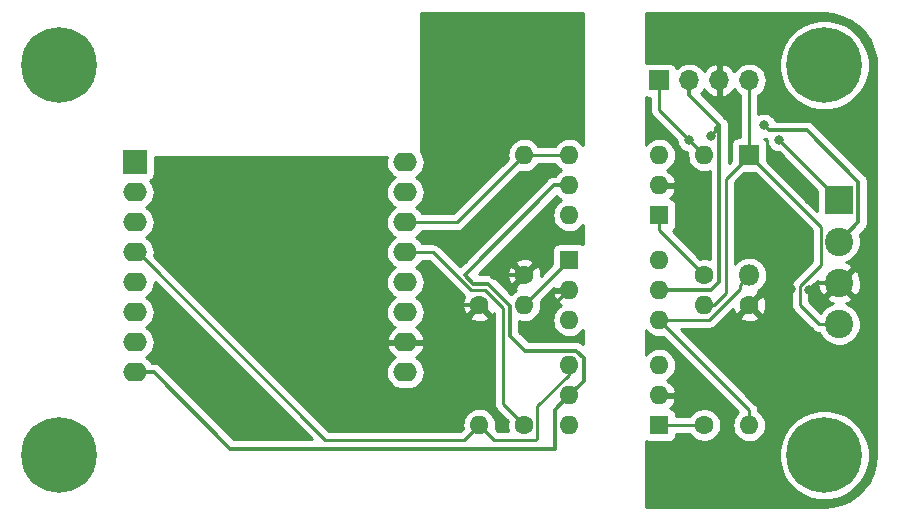
<source format=gbr>
G04 #@! TF.GenerationSoftware,KiCad,Pcbnew,(5.1.2-1)-1*
G04 #@! TF.CreationDate,2021-07-14T23:00:58-07:00*
G04 #@! TF.ProjectId,vista20p-alt,76697374-6132-4307-902d-616c742e6b69,rev?*
G04 #@! TF.SameCoordinates,Original*
G04 #@! TF.FileFunction,Copper,L1,Top*
G04 #@! TF.FilePolarity,Positive*
%FSLAX46Y46*%
G04 Gerber Fmt 4.6, Leading zero omitted, Abs format (unit mm)*
G04 Created by KiCad (PCBNEW (5.1.2-1)-1) date 2021-07-14 23:00:58*
%MOMM*%
%LPD*%
G04 APERTURE LIST*
%ADD10O,1.800000X1.800000*%
%ADD11R,1.800000X1.800000*%
%ADD12C,2.400000*%
%ADD13R,2.400000X2.400000*%
%ADD14C,6.400000*%
%ADD15O,1.600000X1.600000*%
%ADD16C,1.600000*%
%ADD17R,1.600000X1.600000*%
%ADD18O,2.000000X1.600000*%
%ADD19R,2.000000X2.000000*%
%ADD20O,1.700000X1.700000*%
%ADD21R,1.700000X1.700000*%
%ADD22C,0.800000*%
%ADD23C,0.250000*%
%ADD24C,0.355600*%
%ADD25C,0.254000*%
G04 APERTURE END LIST*
D10*
X107950000Y-124460000D03*
D11*
X107950000Y-114300000D03*
D12*
X115570000Y-128610000D03*
X115570000Y-125110000D03*
X115570000Y-121610000D03*
D13*
X115570000Y-118110000D03*
D14*
X49530000Y-106680000D03*
X114300000Y-106680000D03*
X114300000Y-139700000D03*
X49530000Y-139700000D03*
D15*
X88900000Y-127000000D03*
D16*
X88900000Y-137160000D03*
D15*
X107950000Y-137160000D03*
D16*
X107950000Y-127000000D03*
D15*
X92710000Y-119380000D03*
X100330000Y-114300000D03*
X92710000Y-116840000D03*
X100330000Y-116840000D03*
X92710000Y-114300000D03*
D17*
X100330000Y-119380000D03*
D15*
X92710000Y-137160000D03*
X100330000Y-132080000D03*
X92710000Y-134620000D03*
X100330000Y-134620000D03*
X92710000Y-132080000D03*
D17*
X100330000Y-137160000D03*
D18*
X78830000Y-114910000D03*
X78830000Y-117450000D03*
X78830000Y-119990000D03*
X78830000Y-122530000D03*
X78830000Y-125070000D03*
X78830000Y-127610000D03*
X78830000Y-130150000D03*
X78830000Y-132690000D03*
X55970000Y-132690000D03*
X55970000Y-130150000D03*
X55970000Y-127610000D03*
X55970000Y-125070000D03*
X55970000Y-122530000D03*
X55970000Y-119990000D03*
D19*
X55970000Y-114910000D03*
D18*
X55970000Y-117450000D03*
D15*
X100330000Y-123190000D03*
X92710000Y-128270000D03*
X100330000Y-125730000D03*
X92710000Y-125730000D03*
X100330000Y-128270000D03*
D17*
X92710000Y-123190000D03*
D15*
X88900000Y-114300000D03*
D16*
X88900000Y-124460000D03*
D15*
X85090000Y-137160000D03*
D16*
X85090000Y-127000000D03*
D15*
X104140000Y-114300000D03*
D16*
X104140000Y-124460000D03*
D15*
X104140000Y-127000000D03*
D16*
X104140000Y-137160000D03*
D20*
X107950000Y-107950000D03*
X105410000Y-107950000D03*
X102870000Y-107950000D03*
D21*
X100330000Y-107950000D03*
D22*
X102870000Y-134620000D03*
X102870000Y-116840000D03*
X102870000Y-105410000D03*
X113030000Y-118110000D03*
X111760000Y-135890000D03*
X109220000Y-140970000D03*
X104140000Y-140970000D03*
X101600000Y-142240000D03*
X101600000Y-142240000D03*
X113030000Y-125730000D03*
X111471988Y-125631945D03*
X106045050Y-110945386D03*
X109220000Y-111760000D03*
X104696735Y-112641578D03*
X110490000Y-113030000D03*
X102870000Y-113030000D03*
X91440000Y-127000000D03*
X86360000Y-124460000D03*
X76200000Y-129540000D03*
X82550000Y-128270000D03*
X62230000Y-119380000D03*
X71120000Y-127000000D03*
X66040000Y-135890000D03*
X62230000Y-123190000D03*
X73660000Y-134620000D03*
X72390000Y-123190000D03*
X87630000Y-107950000D03*
X83820000Y-113030000D03*
X83820000Y-123190000D03*
X85090000Y-120650000D03*
X82550000Y-135890000D03*
D23*
X107950000Y-135890000D02*
X100330000Y-128270000D01*
X107950000Y-137160000D02*
X107950000Y-135890000D01*
X104535002Y-128270000D02*
X101461370Y-128270000D01*
X107950000Y-124460000D02*
X107150001Y-125259999D01*
X107150001Y-125655001D02*
X104535002Y-128270000D01*
X107150001Y-125259999D02*
X107150001Y-125655001D01*
X101461370Y-128270000D02*
X100330000Y-128270000D01*
X107950000Y-114300000D02*
X107950000Y-107950000D01*
X105966811Y-125960638D02*
X105966811Y-116283189D01*
X105966811Y-116283189D02*
X107150001Y-115099999D01*
X107150001Y-115099999D02*
X107950000Y-114300000D01*
X104927449Y-127000000D02*
X105966811Y-125960638D01*
X104140000Y-127000000D02*
X104927449Y-127000000D01*
X115570000Y-128610000D02*
X113872944Y-128610000D01*
X113872944Y-128610000D02*
X112250998Y-126988054D01*
X112250998Y-126988054D02*
X112250998Y-125356078D01*
X108749999Y-115099999D02*
X107950000Y-114300000D01*
X113990999Y-123616077D02*
X113990999Y-120340999D01*
X112250998Y-125356078D02*
X113990999Y-123616077D01*
X113990999Y-120340999D02*
X108749999Y-115099999D01*
D24*
X100330000Y-116840000D02*
X102870000Y-116840000D01*
X102870000Y-134620000D02*
X100330000Y-134620000D01*
X113650000Y-125110000D02*
X113030000Y-125730000D01*
X115570000Y-125110000D02*
X113650000Y-125110000D01*
X105410000Y-110310336D02*
X105645051Y-110545387D01*
X105645051Y-110545387D02*
X106045050Y-110945386D01*
X105410000Y-107950000D02*
X105410000Y-110310336D01*
X105410000Y-125013066D02*
X105410000Y-111721068D01*
X102870000Y-109152081D02*
X102870000Y-107950000D01*
X105410000Y-111721068D02*
X102870000Y-109181068D01*
X104693066Y-125730000D02*
X105410000Y-125013066D01*
X100330000Y-125730000D02*
X104693066Y-125730000D01*
X102870000Y-109181068D02*
X102870000Y-109152081D01*
X117201801Y-116564559D02*
X117201801Y-119978199D01*
X112835441Y-112198199D02*
X117201801Y-116564559D01*
X117201801Y-119978199D02*
X115570000Y-121610000D01*
X109658199Y-112198199D02*
X112835441Y-112198199D01*
X109220000Y-111760000D02*
X109658199Y-112198199D01*
X105096734Y-112034334D02*
X105410000Y-111721068D01*
X105096734Y-112241579D02*
X105096734Y-112034334D01*
X104696735Y-112641578D02*
X105096734Y-112241579D01*
D23*
X100330000Y-110490000D02*
X104140000Y-114300000D01*
X100330000Y-107950000D02*
X100330000Y-110490000D01*
X115570000Y-118110000D02*
X110490000Y-113030000D01*
X92710000Y-123190000D02*
X88900000Y-127000000D01*
X79030000Y-122530000D02*
X78830000Y-122530000D01*
X87111388Y-127276466D02*
X87111388Y-135371388D01*
X84372776Y-125730000D02*
X85564922Y-125730000D01*
X87111388Y-135371388D02*
X88100001Y-136360001D01*
X85564922Y-125730000D02*
X87111388Y-127276466D01*
X88100001Y-136360001D02*
X88900000Y-137160000D01*
X81172776Y-122530000D02*
X84372776Y-125730000D01*
X78830000Y-122530000D02*
X81172776Y-122530000D01*
X100330000Y-137160000D02*
X104140000Y-137160000D01*
D24*
X92710000Y-125730000D02*
X91440000Y-127000000D01*
X88900000Y-124460000D02*
X86360000Y-124460000D01*
X76810000Y-130150000D02*
X76200000Y-129540000D01*
X78830000Y-130150000D02*
X76810000Y-130150000D01*
X83820000Y-127000000D02*
X82550000Y-128270000D01*
X85090000Y-127000000D02*
X83820000Y-127000000D01*
D23*
X100330000Y-120650000D02*
X104140000Y-124460000D01*
X100330000Y-119380000D02*
X100330000Y-120650000D01*
X56170000Y-122530000D02*
X72070000Y-138430000D01*
X55970000Y-122530000D02*
X56170000Y-122530000D01*
X83820000Y-138430000D02*
X85090000Y-137160000D01*
X72070000Y-138430000D02*
X83820000Y-138430000D01*
X92710000Y-132875078D02*
X92710000Y-132080000D01*
X86360000Y-138430000D02*
X89880002Y-138430000D01*
X90025001Y-138285001D02*
X90025001Y-135560077D01*
X89880002Y-138430000D02*
X90025001Y-138285001D01*
X85090000Y-137160000D02*
X86360000Y-138430000D01*
X90025001Y-135560077D02*
X92710000Y-132875078D01*
X88900000Y-114300000D02*
X92710000Y-114300000D01*
X83210000Y-119990000D02*
X88900000Y-114300000D01*
X78830000Y-119990000D02*
X83210000Y-119990000D01*
D24*
X55970000Y-132690000D02*
X57325600Y-132690000D01*
X91478199Y-135851801D02*
X91478199Y-139185133D01*
X92710000Y-134620000D02*
X91478199Y-135851801D01*
X91478199Y-139185133D02*
X64014867Y-139185133D01*
X57519734Y-132690000D02*
X55970000Y-132690000D01*
X64014867Y-139185133D02*
X57519734Y-132690000D01*
X92710000Y-116840000D02*
X91440000Y-116840000D01*
X91440000Y-116840000D02*
X83858199Y-124421801D01*
X83858199Y-124421801D02*
X83858199Y-124427975D01*
X93301265Y-130848199D02*
X93941801Y-131488735D01*
X83858199Y-124427975D02*
X84603414Y-125173190D01*
X87668198Y-129578198D02*
X88938199Y-130848199D01*
X84603414Y-125173190D02*
X85795561Y-125173191D01*
X87668198Y-127045828D02*
X87668198Y-129578198D01*
X85795561Y-125173191D02*
X87668198Y-127045828D01*
X88938199Y-130848199D02*
X93301265Y-130848199D01*
X93941801Y-131488735D02*
X93941801Y-133388199D01*
X93941801Y-133388199D02*
X93509999Y-133820001D01*
X93509999Y-133820001D02*
X92710000Y-134620000D01*
D25*
G36*
X115077803Y-102357139D02*
G01*
X115831023Y-102563197D01*
X116535852Y-102899384D01*
X117170002Y-103355065D01*
X117713441Y-103915851D01*
X118148981Y-104564001D01*
X118462862Y-105279043D01*
X118646424Y-106043636D01*
X118695001Y-106705126D01*
X118695000Y-139669494D01*
X118622861Y-140477805D01*
X118416803Y-141231023D01*
X118080616Y-141935852D01*
X117624932Y-142570005D01*
X117064149Y-143113441D01*
X116415996Y-143548982D01*
X115700956Y-143862863D01*
X114936364Y-144046424D01*
X114274887Y-144095000D01*
X99187000Y-144095000D01*
X99187000Y-139322285D01*
X110465000Y-139322285D01*
X110465000Y-140077715D01*
X110612377Y-140818628D01*
X110901467Y-141516554D01*
X111321161Y-142144670D01*
X111855330Y-142678839D01*
X112483446Y-143098533D01*
X113181372Y-143387623D01*
X113922285Y-143535000D01*
X114677715Y-143535000D01*
X115418628Y-143387623D01*
X116116554Y-143098533D01*
X116744670Y-142678839D01*
X117278839Y-142144670D01*
X117698533Y-141516554D01*
X117987623Y-140818628D01*
X118135000Y-140077715D01*
X118135000Y-139322285D01*
X117987623Y-138581372D01*
X117698533Y-137883446D01*
X117278839Y-137255330D01*
X116744670Y-136721161D01*
X116116554Y-136301467D01*
X115418628Y-136012377D01*
X114677715Y-135865000D01*
X113922285Y-135865000D01*
X113181372Y-136012377D01*
X112483446Y-136301467D01*
X111855330Y-136721161D01*
X111321161Y-137255330D01*
X110901467Y-137883446D01*
X110612377Y-138581372D01*
X110465000Y-139322285D01*
X99187000Y-139322285D01*
X99187000Y-138496681D01*
X99285820Y-138549502D01*
X99405518Y-138585812D01*
X99530000Y-138598072D01*
X101130000Y-138598072D01*
X101254482Y-138585812D01*
X101374180Y-138549502D01*
X101484494Y-138490537D01*
X101581185Y-138411185D01*
X101660537Y-138314494D01*
X101719502Y-138204180D01*
X101755812Y-138084482D01*
X101768072Y-137960000D01*
X101768072Y-137920000D01*
X102921957Y-137920000D01*
X103025363Y-138074759D01*
X103225241Y-138274637D01*
X103460273Y-138431680D01*
X103721426Y-138539853D01*
X103998665Y-138595000D01*
X104281335Y-138595000D01*
X104558574Y-138539853D01*
X104819727Y-138431680D01*
X105054759Y-138274637D01*
X105254637Y-138074759D01*
X105411680Y-137839727D01*
X105519853Y-137578574D01*
X105575000Y-137301335D01*
X105575000Y-137018665D01*
X105519853Y-136741426D01*
X105411680Y-136480273D01*
X105254637Y-136245241D01*
X105054759Y-136045363D01*
X104819727Y-135888320D01*
X104558574Y-135780147D01*
X104281335Y-135725000D01*
X103998665Y-135725000D01*
X103721426Y-135780147D01*
X103460273Y-135888320D01*
X103225241Y-136045363D01*
X103025363Y-136245241D01*
X102921957Y-136400000D01*
X101768072Y-136400000D01*
X101768072Y-136360000D01*
X101755812Y-136235518D01*
X101719502Y-136115820D01*
X101660537Y-136005506D01*
X101581185Y-135908815D01*
X101484494Y-135829463D01*
X101374180Y-135770498D01*
X101254482Y-135734188D01*
X101229920Y-135731769D01*
X101393519Y-135583414D01*
X101561037Y-135357420D01*
X101681246Y-135103087D01*
X101721904Y-134969039D01*
X101599915Y-134747000D01*
X100457000Y-134747000D01*
X100457000Y-134767000D01*
X100203000Y-134767000D01*
X100203000Y-134747000D01*
X100183000Y-134747000D01*
X100183000Y-134493000D01*
X100203000Y-134493000D01*
X100203000Y-134473000D01*
X100457000Y-134473000D01*
X100457000Y-134493000D01*
X101599915Y-134493000D01*
X101721904Y-134270961D01*
X101681246Y-134136913D01*
X101561037Y-133882580D01*
X101393519Y-133656586D01*
X101185131Y-133467615D01*
X100993318Y-133352579D01*
X101131101Y-133278932D01*
X101349608Y-133099608D01*
X101528932Y-132881101D01*
X101662182Y-132631808D01*
X101744236Y-132361309D01*
X101771943Y-132080000D01*
X101744236Y-131798691D01*
X101662182Y-131528192D01*
X101528932Y-131278899D01*
X101349608Y-131060392D01*
X101131101Y-130881068D01*
X100881808Y-130747818D01*
X100611309Y-130665764D01*
X100400492Y-130645000D01*
X100259508Y-130645000D01*
X100048691Y-130665764D01*
X99778192Y-130747818D01*
X99528899Y-130881068D01*
X99310392Y-131060392D01*
X99187000Y-131210746D01*
X99187000Y-129139254D01*
X99310392Y-129289608D01*
X99528899Y-129468932D01*
X99778192Y-129602182D01*
X100048691Y-129684236D01*
X100259508Y-129705000D01*
X100400492Y-129705000D01*
X100611309Y-129684236D01*
X100655907Y-129670708D01*
X107037604Y-136052406D01*
X106930392Y-136140392D01*
X106751068Y-136358899D01*
X106617818Y-136608192D01*
X106535764Y-136878691D01*
X106508057Y-137160000D01*
X106535764Y-137441309D01*
X106617818Y-137711808D01*
X106751068Y-137961101D01*
X106930392Y-138179608D01*
X107148899Y-138358932D01*
X107398192Y-138492182D01*
X107668691Y-138574236D01*
X107879508Y-138595000D01*
X108020492Y-138595000D01*
X108231309Y-138574236D01*
X108501808Y-138492182D01*
X108751101Y-138358932D01*
X108969608Y-138179608D01*
X109148932Y-137961101D01*
X109282182Y-137711808D01*
X109364236Y-137441309D01*
X109391943Y-137160000D01*
X109364236Y-136878691D01*
X109282182Y-136608192D01*
X109148932Y-136358899D01*
X108969608Y-136140392D01*
X108751101Y-135961068D01*
X108710000Y-135939099D01*
X108710000Y-135927322D01*
X108713676Y-135889999D01*
X108710000Y-135852676D01*
X108710000Y-135852667D01*
X108699003Y-135741014D01*
X108655546Y-135597753D01*
X108584974Y-135465724D01*
X108490001Y-135349999D01*
X108461003Y-135326201D01*
X102164801Y-129030000D01*
X104497680Y-129030000D01*
X104535002Y-129033676D01*
X104572324Y-129030000D01*
X104572335Y-129030000D01*
X104683988Y-129019003D01*
X104827249Y-128975546D01*
X104959278Y-128904974D01*
X105075003Y-128810001D01*
X105098806Y-128780997D01*
X105887101Y-127992702D01*
X107136903Y-127992702D01*
X107208486Y-128236671D01*
X107463996Y-128357571D01*
X107738184Y-128426300D01*
X108020512Y-128440217D01*
X108300130Y-128398787D01*
X108566292Y-128303603D01*
X108691514Y-128236671D01*
X108763097Y-127992702D01*
X107950000Y-127179605D01*
X107136903Y-127992702D01*
X105887101Y-127992702D01*
X106548433Y-127331370D01*
X106551213Y-127350130D01*
X106646397Y-127616292D01*
X106713329Y-127741514D01*
X106957298Y-127813097D01*
X107770395Y-127000000D01*
X108129605Y-127000000D01*
X108942702Y-127813097D01*
X109186671Y-127741514D01*
X109307571Y-127486004D01*
X109376300Y-127211816D01*
X109390217Y-126929488D01*
X109348787Y-126649870D01*
X109253603Y-126383708D01*
X109186671Y-126258486D01*
X108942702Y-126186903D01*
X108129605Y-127000000D01*
X107770395Y-127000000D01*
X107756253Y-126985858D01*
X107935858Y-126806253D01*
X107950000Y-126820395D01*
X108763097Y-126007298D01*
X108701873Y-125798634D01*
X108806927Y-125742481D01*
X109040661Y-125550661D01*
X109232481Y-125316927D01*
X109375017Y-125050261D01*
X109462790Y-124760913D01*
X109492427Y-124460000D01*
X109462790Y-124159087D01*
X109375017Y-123869739D01*
X109232481Y-123603073D01*
X109040661Y-123369339D01*
X108806927Y-123177519D01*
X108540261Y-123034983D01*
X108250913Y-122947210D01*
X108025408Y-122925000D01*
X107874592Y-122925000D01*
X107649087Y-122947210D01*
X107359739Y-123034983D01*
X107093073Y-123177519D01*
X106859339Y-123369339D01*
X106726811Y-123530825D01*
X106726811Y-116597990D01*
X107486730Y-115838072D01*
X108413271Y-115838072D01*
X113231000Y-120655802D01*
X113230999Y-123301275D01*
X111739996Y-124792279D01*
X111710998Y-124816077D01*
X111687200Y-124845075D01*
X111687199Y-124845076D01*
X111616024Y-124931802D01*
X111545452Y-125063832D01*
X111518561Y-125152483D01*
X111501996Y-125207092D01*
X111500462Y-125222666D01*
X111487322Y-125356078D01*
X111490999Y-125393410D01*
X111490998Y-126950731D01*
X111487322Y-126988054D01*
X111490998Y-127025376D01*
X111490998Y-127025386D01*
X111501995Y-127137039D01*
X111524678Y-127211816D01*
X111545452Y-127280300D01*
X111616024Y-127412330D01*
X111638943Y-127440256D01*
X111710997Y-127528055D01*
X111740001Y-127551858D01*
X113309145Y-129121003D01*
X113332943Y-129150001D01*
X113361941Y-129173799D01*
X113448667Y-129244974D01*
X113532171Y-129289608D01*
X113580697Y-129315546D01*
X113723958Y-129359003D01*
X113835611Y-129370000D01*
X113835620Y-129370000D01*
X113872943Y-129373676D01*
X113899069Y-129371103D01*
X113943844Y-129479199D01*
X114144662Y-129779744D01*
X114400256Y-130035338D01*
X114700801Y-130236156D01*
X115034750Y-130374482D01*
X115389268Y-130445000D01*
X115750732Y-130445000D01*
X116105250Y-130374482D01*
X116439199Y-130236156D01*
X116739744Y-130035338D01*
X116995338Y-129779744D01*
X117196156Y-129479199D01*
X117334482Y-129145250D01*
X117405000Y-128790732D01*
X117405000Y-128429268D01*
X117334482Y-128074750D01*
X117196156Y-127740801D01*
X116995338Y-127440256D01*
X116739744Y-127184662D01*
X116439199Y-126983844D01*
X116132511Y-126856810D01*
X116325833Y-126791846D01*
X116548486Y-126672836D01*
X116668374Y-126387980D01*
X115570000Y-125289605D01*
X114471626Y-126387980D01*
X114591514Y-126672836D01*
X114915210Y-126833699D01*
X115004690Y-126857969D01*
X114700801Y-126983844D01*
X114400256Y-127184662D01*
X114144662Y-127440256D01*
X113997798Y-127660053D01*
X113010998Y-126673253D01*
X113010998Y-125670879D01*
X113742385Y-124939492D01*
X113726933Y-125164684D01*
X113773015Y-125523198D01*
X113888154Y-125865833D01*
X114007164Y-126088486D01*
X114292020Y-126208374D01*
X115390395Y-125110000D01*
X115749605Y-125110000D01*
X116847980Y-126208374D01*
X117132836Y-126088486D01*
X117293699Y-125764790D01*
X117388322Y-125415931D01*
X117413067Y-125055316D01*
X117366985Y-124696802D01*
X117251846Y-124354167D01*
X117132836Y-124131514D01*
X116847980Y-124011626D01*
X115749605Y-125110000D01*
X115390395Y-125110000D01*
X115376252Y-125095858D01*
X115555858Y-124916252D01*
X115570000Y-124930395D01*
X116668374Y-123832020D01*
X116548486Y-123547164D01*
X116224790Y-123386301D01*
X116135310Y-123362031D01*
X116439199Y-123236156D01*
X116739744Y-123035338D01*
X116995338Y-122779744D01*
X117196156Y-122479199D01*
X117334482Y-122145250D01*
X117405000Y-121790732D01*
X117405000Y-121429268D01*
X117334482Y-121074750D01*
X117311121Y-121018352D01*
X117748307Y-120581166D01*
X117779318Y-120555716D01*
X117880889Y-120431951D01*
X117956363Y-120290749D01*
X118002840Y-120137536D01*
X118014601Y-120018122D01*
X118014601Y-120018120D01*
X118018533Y-119978200D01*
X118014601Y-119938279D01*
X118014601Y-116604482D01*
X118018533Y-116564559D01*
X118002840Y-116405222D01*
X117956363Y-116252009D01*
X117880889Y-116110807D01*
X117804767Y-116018052D01*
X117779318Y-115987042D01*
X117748308Y-115961593D01*
X113438412Y-111651698D01*
X113412958Y-111620682D01*
X113289193Y-111519111D01*
X113147991Y-111443637D01*
X112994778Y-111397160D01*
X112875364Y-111385399D01*
X112875361Y-111385399D01*
X112835441Y-111381467D01*
X112795521Y-111385399D01*
X110185111Y-111385399D01*
X110137205Y-111269744D01*
X110023937Y-111100226D01*
X109879774Y-110956063D01*
X109710256Y-110842795D01*
X109521898Y-110764774D01*
X109321939Y-110725000D01*
X109118061Y-110725000D01*
X108918102Y-110764774D01*
X108729744Y-110842795D01*
X108710000Y-110855987D01*
X108710000Y-109227595D01*
X108779014Y-109190706D01*
X109005134Y-109005134D01*
X109190706Y-108779014D01*
X109328599Y-108521034D01*
X109413513Y-108241111D01*
X109442185Y-107950000D01*
X109413513Y-107658889D01*
X109328599Y-107378966D01*
X109190706Y-107120986D01*
X109005134Y-106894866D01*
X108779014Y-106709294D01*
X108521034Y-106571401D01*
X108241111Y-106486487D01*
X108022950Y-106465000D01*
X107877050Y-106465000D01*
X107658889Y-106486487D01*
X107378966Y-106571401D01*
X107120986Y-106709294D01*
X106894866Y-106894866D01*
X106709294Y-107120986D01*
X106674799Y-107185523D01*
X106605178Y-107068645D01*
X106410269Y-106852412D01*
X106176920Y-106678359D01*
X105914099Y-106553175D01*
X105766890Y-106508524D01*
X105537000Y-106629845D01*
X105537000Y-107823000D01*
X105557000Y-107823000D01*
X105557000Y-108077000D01*
X105537000Y-108077000D01*
X105537000Y-109270155D01*
X105766890Y-109391476D01*
X105914099Y-109346825D01*
X106176920Y-109221641D01*
X106410269Y-109047588D01*
X106605178Y-108831355D01*
X106674799Y-108714477D01*
X106709294Y-108779014D01*
X106894866Y-109005134D01*
X107120986Y-109190706D01*
X107190001Y-109227595D01*
X107190000Y-112761928D01*
X107050000Y-112761928D01*
X106925518Y-112774188D01*
X106805820Y-112810498D01*
X106695506Y-112869463D01*
X106598815Y-112948815D01*
X106519463Y-113045506D01*
X106460498Y-113155820D01*
X106424188Y-113275518D01*
X106411928Y-113400000D01*
X106411928Y-114763270D01*
X106222800Y-114952398D01*
X106222800Y-111760989D01*
X106226732Y-111721069D01*
X106222800Y-111681145D01*
X106211039Y-111561731D01*
X106164562Y-111408518D01*
X106089089Y-111267317D01*
X106089088Y-111267315D01*
X106048289Y-111217602D01*
X105987517Y-111143551D01*
X105956500Y-111118096D01*
X103880318Y-109041914D01*
X103925134Y-109005134D01*
X104110706Y-108779014D01*
X104145201Y-108714477D01*
X104214822Y-108831355D01*
X104409731Y-109047588D01*
X104643080Y-109221641D01*
X104905901Y-109346825D01*
X105053110Y-109391476D01*
X105283000Y-109270155D01*
X105283000Y-108077000D01*
X105263000Y-108077000D01*
X105263000Y-107823000D01*
X105283000Y-107823000D01*
X105283000Y-106629845D01*
X105053110Y-106508524D01*
X104905901Y-106553175D01*
X104643080Y-106678359D01*
X104409731Y-106852412D01*
X104214822Y-107068645D01*
X104145201Y-107185523D01*
X104110706Y-107120986D01*
X103925134Y-106894866D01*
X103699014Y-106709294D01*
X103441034Y-106571401D01*
X103161111Y-106486487D01*
X102942950Y-106465000D01*
X102797050Y-106465000D01*
X102578889Y-106486487D01*
X102298966Y-106571401D01*
X102040986Y-106709294D01*
X101814866Y-106894866D01*
X101790393Y-106924687D01*
X101769502Y-106855820D01*
X101710537Y-106745506D01*
X101631185Y-106648815D01*
X101534494Y-106569463D01*
X101424180Y-106510498D01*
X101304482Y-106474188D01*
X101180000Y-106461928D01*
X99480000Y-106461928D01*
X99355518Y-106474188D01*
X99235820Y-106510498D01*
X99187000Y-106536593D01*
X99187000Y-106302285D01*
X110465000Y-106302285D01*
X110465000Y-107057715D01*
X110612377Y-107798628D01*
X110901467Y-108496554D01*
X111321161Y-109124670D01*
X111855330Y-109658839D01*
X112483446Y-110078533D01*
X113181372Y-110367623D01*
X113922285Y-110515000D01*
X114677715Y-110515000D01*
X115418628Y-110367623D01*
X116116554Y-110078533D01*
X116744670Y-109658839D01*
X117278839Y-109124670D01*
X117698533Y-108496554D01*
X117987623Y-107798628D01*
X118135000Y-107057715D01*
X118135000Y-106302285D01*
X117987623Y-105561372D01*
X117698533Y-104863446D01*
X117278839Y-104235330D01*
X116744670Y-103701161D01*
X116116554Y-103281467D01*
X115418628Y-102992377D01*
X114677715Y-102845000D01*
X113922285Y-102845000D01*
X113181372Y-102992377D01*
X112483446Y-103281467D01*
X111855330Y-103701161D01*
X111321161Y-104235330D01*
X110901467Y-104863446D01*
X110612377Y-105561372D01*
X110465000Y-106302285D01*
X99187000Y-106302285D01*
X99187000Y-102285000D01*
X114269495Y-102285000D01*
X115077803Y-102357139D01*
X115077803Y-102357139D01*
G37*
X115077803Y-102357139D02*
X115831023Y-102563197D01*
X116535852Y-102899384D01*
X117170002Y-103355065D01*
X117713441Y-103915851D01*
X118148981Y-104564001D01*
X118462862Y-105279043D01*
X118646424Y-106043636D01*
X118695001Y-106705126D01*
X118695000Y-139669494D01*
X118622861Y-140477805D01*
X118416803Y-141231023D01*
X118080616Y-141935852D01*
X117624932Y-142570005D01*
X117064149Y-143113441D01*
X116415996Y-143548982D01*
X115700956Y-143862863D01*
X114936364Y-144046424D01*
X114274887Y-144095000D01*
X99187000Y-144095000D01*
X99187000Y-139322285D01*
X110465000Y-139322285D01*
X110465000Y-140077715D01*
X110612377Y-140818628D01*
X110901467Y-141516554D01*
X111321161Y-142144670D01*
X111855330Y-142678839D01*
X112483446Y-143098533D01*
X113181372Y-143387623D01*
X113922285Y-143535000D01*
X114677715Y-143535000D01*
X115418628Y-143387623D01*
X116116554Y-143098533D01*
X116744670Y-142678839D01*
X117278839Y-142144670D01*
X117698533Y-141516554D01*
X117987623Y-140818628D01*
X118135000Y-140077715D01*
X118135000Y-139322285D01*
X117987623Y-138581372D01*
X117698533Y-137883446D01*
X117278839Y-137255330D01*
X116744670Y-136721161D01*
X116116554Y-136301467D01*
X115418628Y-136012377D01*
X114677715Y-135865000D01*
X113922285Y-135865000D01*
X113181372Y-136012377D01*
X112483446Y-136301467D01*
X111855330Y-136721161D01*
X111321161Y-137255330D01*
X110901467Y-137883446D01*
X110612377Y-138581372D01*
X110465000Y-139322285D01*
X99187000Y-139322285D01*
X99187000Y-138496681D01*
X99285820Y-138549502D01*
X99405518Y-138585812D01*
X99530000Y-138598072D01*
X101130000Y-138598072D01*
X101254482Y-138585812D01*
X101374180Y-138549502D01*
X101484494Y-138490537D01*
X101581185Y-138411185D01*
X101660537Y-138314494D01*
X101719502Y-138204180D01*
X101755812Y-138084482D01*
X101768072Y-137960000D01*
X101768072Y-137920000D01*
X102921957Y-137920000D01*
X103025363Y-138074759D01*
X103225241Y-138274637D01*
X103460273Y-138431680D01*
X103721426Y-138539853D01*
X103998665Y-138595000D01*
X104281335Y-138595000D01*
X104558574Y-138539853D01*
X104819727Y-138431680D01*
X105054759Y-138274637D01*
X105254637Y-138074759D01*
X105411680Y-137839727D01*
X105519853Y-137578574D01*
X105575000Y-137301335D01*
X105575000Y-137018665D01*
X105519853Y-136741426D01*
X105411680Y-136480273D01*
X105254637Y-136245241D01*
X105054759Y-136045363D01*
X104819727Y-135888320D01*
X104558574Y-135780147D01*
X104281335Y-135725000D01*
X103998665Y-135725000D01*
X103721426Y-135780147D01*
X103460273Y-135888320D01*
X103225241Y-136045363D01*
X103025363Y-136245241D01*
X102921957Y-136400000D01*
X101768072Y-136400000D01*
X101768072Y-136360000D01*
X101755812Y-136235518D01*
X101719502Y-136115820D01*
X101660537Y-136005506D01*
X101581185Y-135908815D01*
X101484494Y-135829463D01*
X101374180Y-135770498D01*
X101254482Y-135734188D01*
X101229920Y-135731769D01*
X101393519Y-135583414D01*
X101561037Y-135357420D01*
X101681246Y-135103087D01*
X101721904Y-134969039D01*
X101599915Y-134747000D01*
X100457000Y-134747000D01*
X100457000Y-134767000D01*
X100203000Y-134767000D01*
X100203000Y-134747000D01*
X100183000Y-134747000D01*
X100183000Y-134493000D01*
X100203000Y-134493000D01*
X100203000Y-134473000D01*
X100457000Y-134473000D01*
X100457000Y-134493000D01*
X101599915Y-134493000D01*
X101721904Y-134270961D01*
X101681246Y-134136913D01*
X101561037Y-133882580D01*
X101393519Y-133656586D01*
X101185131Y-133467615D01*
X100993318Y-133352579D01*
X101131101Y-133278932D01*
X101349608Y-133099608D01*
X101528932Y-132881101D01*
X101662182Y-132631808D01*
X101744236Y-132361309D01*
X101771943Y-132080000D01*
X101744236Y-131798691D01*
X101662182Y-131528192D01*
X101528932Y-131278899D01*
X101349608Y-131060392D01*
X101131101Y-130881068D01*
X100881808Y-130747818D01*
X100611309Y-130665764D01*
X100400492Y-130645000D01*
X100259508Y-130645000D01*
X100048691Y-130665764D01*
X99778192Y-130747818D01*
X99528899Y-130881068D01*
X99310392Y-131060392D01*
X99187000Y-131210746D01*
X99187000Y-129139254D01*
X99310392Y-129289608D01*
X99528899Y-129468932D01*
X99778192Y-129602182D01*
X100048691Y-129684236D01*
X100259508Y-129705000D01*
X100400492Y-129705000D01*
X100611309Y-129684236D01*
X100655907Y-129670708D01*
X107037604Y-136052406D01*
X106930392Y-136140392D01*
X106751068Y-136358899D01*
X106617818Y-136608192D01*
X106535764Y-136878691D01*
X106508057Y-137160000D01*
X106535764Y-137441309D01*
X106617818Y-137711808D01*
X106751068Y-137961101D01*
X106930392Y-138179608D01*
X107148899Y-138358932D01*
X107398192Y-138492182D01*
X107668691Y-138574236D01*
X107879508Y-138595000D01*
X108020492Y-138595000D01*
X108231309Y-138574236D01*
X108501808Y-138492182D01*
X108751101Y-138358932D01*
X108969608Y-138179608D01*
X109148932Y-137961101D01*
X109282182Y-137711808D01*
X109364236Y-137441309D01*
X109391943Y-137160000D01*
X109364236Y-136878691D01*
X109282182Y-136608192D01*
X109148932Y-136358899D01*
X108969608Y-136140392D01*
X108751101Y-135961068D01*
X108710000Y-135939099D01*
X108710000Y-135927322D01*
X108713676Y-135889999D01*
X108710000Y-135852676D01*
X108710000Y-135852667D01*
X108699003Y-135741014D01*
X108655546Y-135597753D01*
X108584974Y-135465724D01*
X108490001Y-135349999D01*
X108461003Y-135326201D01*
X102164801Y-129030000D01*
X104497680Y-129030000D01*
X104535002Y-129033676D01*
X104572324Y-129030000D01*
X104572335Y-129030000D01*
X104683988Y-129019003D01*
X104827249Y-128975546D01*
X104959278Y-128904974D01*
X105075003Y-128810001D01*
X105098806Y-128780997D01*
X105887101Y-127992702D01*
X107136903Y-127992702D01*
X107208486Y-128236671D01*
X107463996Y-128357571D01*
X107738184Y-128426300D01*
X108020512Y-128440217D01*
X108300130Y-128398787D01*
X108566292Y-128303603D01*
X108691514Y-128236671D01*
X108763097Y-127992702D01*
X107950000Y-127179605D01*
X107136903Y-127992702D01*
X105887101Y-127992702D01*
X106548433Y-127331370D01*
X106551213Y-127350130D01*
X106646397Y-127616292D01*
X106713329Y-127741514D01*
X106957298Y-127813097D01*
X107770395Y-127000000D01*
X108129605Y-127000000D01*
X108942702Y-127813097D01*
X109186671Y-127741514D01*
X109307571Y-127486004D01*
X109376300Y-127211816D01*
X109390217Y-126929488D01*
X109348787Y-126649870D01*
X109253603Y-126383708D01*
X109186671Y-126258486D01*
X108942702Y-126186903D01*
X108129605Y-127000000D01*
X107770395Y-127000000D01*
X107756253Y-126985858D01*
X107935858Y-126806253D01*
X107950000Y-126820395D01*
X108763097Y-126007298D01*
X108701873Y-125798634D01*
X108806927Y-125742481D01*
X109040661Y-125550661D01*
X109232481Y-125316927D01*
X109375017Y-125050261D01*
X109462790Y-124760913D01*
X109492427Y-124460000D01*
X109462790Y-124159087D01*
X109375017Y-123869739D01*
X109232481Y-123603073D01*
X109040661Y-123369339D01*
X108806927Y-123177519D01*
X108540261Y-123034983D01*
X108250913Y-122947210D01*
X108025408Y-122925000D01*
X107874592Y-122925000D01*
X107649087Y-122947210D01*
X107359739Y-123034983D01*
X107093073Y-123177519D01*
X106859339Y-123369339D01*
X106726811Y-123530825D01*
X106726811Y-116597990D01*
X107486730Y-115838072D01*
X108413271Y-115838072D01*
X113231000Y-120655802D01*
X113230999Y-123301275D01*
X111739996Y-124792279D01*
X111710998Y-124816077D01*
X111687200Y-124845075D01*
X111687199Y-124845076D01*
X111616024Y-124931802D01*
X111545452Y-125063832D01*
X111518561Y-125152483D01*
X111501996Y-125207092D01*
X111500462Y-125222666D01*
X111487322Y-125356078D01*
X111490999Y-125393410D01*
X111490998Y-126950731D01*
X111487322Y-126988054D01*
X111490998Y-127025376D01*
X111490998Y-127025386D01*
X111501995Y-127137039D01*
X111524678Y-127211816D01*
X111545452Y-127280300D01*
X111616024Y-127412330D01*
X111638943Y-127440256D01*
X111710997Y-127528055D01*
X111740001Y-127551858D01*
X113309145Y-129121003D01*
X113332943Y-129150001D01*
X113361941Y-129173799D01*
X113448667Y-129244974D01*
X113532171Y-129289608D01*
X113580697Y-129315546D01*
X113723958Y-129359003D01*
X113835611Y-129370000D01*
X113835620Y-129370000D01*
X113872943Y-129373676D01*
X113899069Y-129371103D01*
X113943844Y-129479199D01*
X114144662Y-129779744D01*
X114400256Y-130035338D01*
X114700801Y-130236156D01*
X115034750Y-130374482D01*
X115389268Y-130445000D01*
X115750732Y-130445000D01*
X116105250Y-130374482D01*
X116439199Y-130236156D01*
X116739744Y-130035338D01*
X116995338Y-129779744D01*
X117196156Y-129479199D01*
X117334482Y-129145250D01*
X117405000Y-128790732D01*
X117405000Y-128429268D01*
X117334482Y-128074750D01*
X117196156Y-127740801D01*
X116995338Y-127440256D01*
X116739744Y-127184662D01*
X116439199Y-126983844D01*
X116132511Y-126856810D01*
X116325833Y-126791846D01*
X116548486Y-126672836D01*
X116668374Y-126387980D01*
X115570000Y-125289605D01*
X114471626Y-126387980D01*
X114591514Y-126672836D01*
X114915210Y-126833699D01*
X115004690Y-126857969D01*
X114700801Y-126983844D01*
X114400256Y-127184662D01*
X114144662Y-127440256D01*
X113997798Y-127660053D01*
X113010998Y-126673253D01*
X113010998Y-125670879D01*
X113742385Y-124939492D01*
X113726933Y-125164684D01*
X113773015Y-125523198D01*
X113888154Y-125865833D01*
X114007164Y-126088486D01*
X114292020Y-126208374D01*
X115390395Y-125110000D01*
X115749605Y-125110000D01*
X116847980Y-126208374D01*
X117132836Y-126088486D01*
X117293699Y-125764790D01*
X117388322Y-125415931D01*
X117413067Y-125055316D01*
X117366985Y-124696802D01*
X117251846Y-124354167D01*
X117132836Y-124131514D01*
X116847980Y-124011626D01*
X115749605Y-125110000D01*
X115390395Y-125110000D01*
X115376252Y-125095858D01*
X115555858Y-124916252D01*
X115570000Y-124930395D01*
X116668374Y-123832020D01*
X116548486Y-123547164D01*
X116224790Y-123386301D01*
X116135310Y-123362031D01*
X116439199Y-123236156D01*
X116739744Y-123035338D01*
X116995338Y-122779744D01*
X117196156Y-122479199D01*
X117334482Y-122145250D01*
X117405000Y-121790732D01*
X117405000Y-121429268D01*
X117334482Y-121074750D01*
X117311121Y-121018352D01*
X117748307Y-120581166D01*
X117779318Y-120555716D01*
X117880889Y-120431951D01*
X117956363Y-120290749D01*
X118002840Y-120137536D01*
X118014601Y-120018122D01*
X118014601Y-120018120D01*
X118018533Y-119978200D01*
X118014601Y-119938279D01*
X118014601Y-116604482D01*
X118018533Y-116564559D01*
X118002840Y-116405222D01*
X117956363Y-116252009D01*
X117880889Y-116110807D01*
X117804767Y-116018052D01*
X117779318Y-115987042D01*
X117748308Y-115961593D01*
X113438412Y-111651698D01*
X113412958Y-111620682D01*
X113289193Y-111519111D01*
X113147991Y-111443637D01*
X112994778Y-111397160D01*
X112875364Y-111385399D01*
X112875361Y-111385399D01*
X112835441Y-111381467D01*
X112795521Y-111385399D01*
X110185111Y-111385399D01*
X110137205Y-111269744D01*
X110023937Y-111100226D01*
X109879774Y-110956063D01*
X109710256Y-110842795D01*
X109521898Y-110764774D01*
X109321939Y-110725000D01*
X109118061Y-110725000D01*
X108918102Y-110764774D01*
X108729744Y-110842795D01*
X108710000Y-110855987D01*
X108710000Y-109227595D01*
X108779014Y-109190706D01*
X109005134Y-109005134D01*
X109190706Y-108779014D01*
X109328599Y-108521034D01*
X109413513Y-108241111D01*
X109442185Y-107950000D01*
X109413513Y-107658889D01*
X109328599Y-107378966D01*
X109190706Y-107120986D01*
X109005134Y-106894866D01*
X108779014Y-106709294D01*
X108521034Y-106571401D01*
X108241111Y-106486487D01*
X108022950Y-106465000D01*
X107877050Y-106465000D01*
X107658889Y-106486487D01*
X107378966Y-106571401D01*
X107120986Y-106709294D01*
X106894866Y-106894866D01*
X106709294Y-107120986D01*
X106674799Y-107185523D01*
X106605178Y-107068645D01*
X106410269Y-106852412D01*
X106176920Y-106678359D01*
X105914099Y-106553175D01*
X105766890Y-106508524D01*
X105537000Y-106629845D01*
X105537000Y-107823000D01*
X105557000Y-107823000D01*
X105557000Y-108077000D01*
X105537000Y-108077000D01*
X105537000Y-109270155D01*
X105766890Y-109391476D01*
X105914099Y-109346825D01*
X106176920Y-109221641D01*
X106410269Y-109047588D01*
X106605178Y-108831355D01*
X106674799Y-108714477D01*
X106709294Y-108779014D01*
X106894866Y-109005134D01*
X107120986Y-109190706D01*
X107190001Y-109227595D01*
X107190000Y-112761928D01*
X107050000Y-112761928D01*
X106925518Y-112774188D01*
X106805820Y-112810498D01*
X106695506Y-112869463D01*
X106598815Y-112948815D01*
X106519463Y-113045506D01*
X106460498Y-113155820D01*
X106424188Y-113275518D01*
X106411928Y-113400000D01*
X106411928Y-114763270D01*
X106222800Y-114952398D01*
X106222800Y-111760989D01*
X106226732Y-111721069D01*
X106222800Y-111681145D01*
X106211039Y-111561731D01*
X106164562Y-111408518D01*
X106089089Y-111267317D01*
X106089088Y-111267315D01*
X106048289Y-111217602D01*
X105987517Y-111143551D01*
X105956500Y-111118096D01*
X103880318Y-109041914D01*
X103925134Y-109005134D01*
X104110706Y-108779014D01*
X104145201Y-108714477D01*
X104214822Y-108831355D01*
X104409731Y-109047588D01*
X104643080Y-109221641D01*
X104905901Y-109346825D01*
X105053110Y-109391476D01*
X105283000Y-109270155D01*
X105283000Y-108077000D01*
X105263000Y-108077000D01*
X105263000Y-107823000D01*
X105283000Y-107823000D01*
X105283000Y-106629845D01*
X105053110Y-106508524D01*
X104905901Y-106553175D01*
X104643080Y-106678359D01*
X104409731Y-106852412D01*
X104214822Y-107068645D01*
X104145201Y-107185523D01*
X104110706Y-107120986D01*
X103925134Y-106894866D01*
X103699014Y-106709294D01*
X103441034Y-106571401D01*
X103161111Y-106486487D01*
X102942950Y-106465000D01*
X102797050Y-106465000D01*
X102578889Y-106486487D01*
X102298966Y-106571401D01*
X102040986Y-106709294D01*
X101814866Y-106894866D01*
X101790393Y-106924687D01*
X101769502Y-106855820D01*
X101710537Y-106745506D01*
X101631185Y-106648815D01*
X101534494Y-106569463D01*
X101424180Y-106510498D01*
X101304482Y-106474188D01*
X101180000Y-106461928D01*
X99480000Y-106461928D01*
X99355518Y-106474188D01*
X99235820Y-106510498D01*
X99187000Y-106536593D01*
X99187000Y-106302285D01*
X110465000Y-106302285D01*
X110465000Y-107057715D01*
X110612377Y-107798628D01*
X110901467Y-108496554D01*
X111321161Y-109124670D01*
X111855330Y-109658839D01*
X112483446Y-110078533D01*
X113181372Y-110367623D01*
X113922285Y-110515000D01*
X114677715Y-110515000D01*
X115418628Y-110367623D01*
X116116554Y-110078533D01*
X116744670Y-109658839D01*
X117278839Y-109124670D01*
X117698533Y-108496554D01*
X117987623Y-107798628D01*
X118135000Y-107057715D01*
X118135000Y-106302285D01*
X117987623Y-105561372D01*
X117698533Y-104863446D01*
X117278839Y-104235330D01*
X116744670Y-103701161D01*
X116116554Y-103281467D01*
X115418628Y-102992377D01*
X114677715Y-102845000D01*
X113922285Y-102845000D01*
X113181372Y-102992377D01*
X112483446Y-103281467D01*
X111855330Y-103701161D01*
X111321161Y-104235330D01*
X110901467Y-104863446D01*
X110612377Y-105561372D01*
X110465000Y-106302285D01*
X99187000Y-106302285D01*
X99187000Y-102285000D01*
X114269495Y-102285000D01*
X115077803Y-102357139D01*
G36*
X99235820Y-109389502D02*
G01*
X99355518Y-109425812D01*
X99480000Y-109438072D01*
X99570001Y-109438072D01*
X99570001Y-110452668D01*
X99566324Y-110490000D01*
X99580998Y-110638985D01*
X99624454Y-110782246D01*
X99695026Y-110914276D01*
X99737891Y-110966506D01*
X99790000Y-111030001D01*
X99818998Y-111053799D01*
X101835000Y-113069802D01*
X101835000Y-113131939D01*
X101874774Y-113331898D01*
X101952795Y-113520256D01*
X102066063Y-113689774D01*
X102210226Y-113833937D01*
X102379744Y-113947205D01*
X102568102Y-114025226D01*
X102722103Y-114055859D01*
X102698057Y-114300000D01*
X102725764Y-114581309D01*
X102807818Y-114851808D01*
X102941068Y-115101101D01*
X103120392Y-115319608D01*
X103338899Y-115498932D01*
X103588192Y-115632182D01*
X103858691Y-115714236D01*
X104069508Y-115735000D01*
X104210492Y-115735000D01*
X104421309Y-115714236D01*
X104597201Y-115660880D01*
X104597200Y-123096146D01*
X104558574Y-123080147D01*
X104281335Y-123025000D01*
X103998665Y-123025000D01*
X103816114Y-123061312D01*
X101472011Y-120717210D01*
X101484494Y-120710537D01*
X101581185Y-120631185D01*
X101660537Y-120534494D01*
X101719502Y-120424180D01*
X101755812Y-120304482D01*
X101768072Y-120180000D01*
X101768072Y-118580000D01*
X101755812Y-118455518D01*
X101719502Y-118335820D01*
X101660537Y-118225506D01*
X101581185Y-118128815D01*
X101484494Y-118049463D01*
X101374180Y-117990498D01*
X101254482Y-117954188D01*
X101229920Y-117951769D01*
X101393519Y-117803414D01*
X101561037Y-117577420D01*
X101681246Y-117323087D01*
X101721904Y-117189039D01*
X101599915Y-116967000D01*
X100457000Y-116967000D01*
X100457000Y-116987000D01*
X100203000Y-116987000D01*
X100203000Y-116967000D01*
X100183000Y-116967000D01*
X100183000Y-116713000D01*
X100203000Y-116713000D01*
X100203000Y-116693000D01*
X100457000Y-116693000D01*
X100457000Y-116713000D01*
X101599915Y-116713000D01*
X101721904Y-116490961D01*
X101681246Y-116356913D01*
X101561037Y-116102580D01*
X101393519Y-115876586D01*
X101185131Y-115687615D01*
X100993318Y-115572579D01*
X101131101Y-115498932D01*
X101349608Y-115319608D01*
X101528932Y-115101101D01*
X101662182Y-114851808D01*
X101744236Y-114581309D01*
X101771943Y-114300000D01*
X101744236Y-114018691D01*
X101662182Y-113748192D01*
X101528932Y-113498899D01*
X101349608Y-113280392D01*
X101131101Y-113101068D01*
X100881808Y-112967818D01*
X100611309Y-112885764D01*
X100400492Y-112865000D01*
X100259508Y-112865000D01*
X100048691Y-112885764D01*
X99778192Y-112967818D01*
X99528899Y-113101068D01*
X99310392Y-113280392D01*
X99187000Y-113430746D01*
X99187000Y-109363407D01*
X99235820Y-109389502D01*
X99235820Y-109389502D01*
G37*
X99235820Y-109389502D02*
X99355518Y-109425812D01*
X99480000Y-109438072D01*
X99570001Y-109438072D01*
X99570001Y-110452668D01*
X99566324Y-110490000D01*
X99580998Y-110638985D01*
X99624454Y-110782246D01*
X99695026Y-110914276D01*
X99737891Y-110966506D01*
X99790000Y-111030001D01*
X99818998Y-111053799D01*
X101835000Y-113069802D01*
X101835000Y-113131939D01*
X101874774Y-113331898D01*
X101952795Y-113520256D01*
X102066063Y-113689774D01*
X102210226Y-113833937D01*
X102379744Y-113947205D01*
X102568102Y-114025226D01*
X102722103Y-114055859D01*
X102698057Y-114300000D01*
X102725764Y-114581309D01*
X102807818Y-114851808D01*
X102941068Y-115101101D01*
X103120392Y-115319608D01*
X103338899Y-115498932D01*
X103588192Y-115632182D01*
X103858691Y-115714236D01*
X104069508Y-115735000D01*
X104210492Y-115735000D01*
X104421309Y-115714236D01*
X104597201Y-115660880D01*
X104597200Y-123096146D01*
X104558574Y-123080147D01*
X104281335Y-123025000D01*
X103998665Y-123025000D01*
X103816114Y-123061312D01*
X101472011Y-120717210D01*
X101484494Y-120710537D01*
X101581185Y-120631185D01*
X101660537Y-120534494D01*
X101719502Y-120424180D01*
X101755812Y-120304482D01*
X101768072Y-120180000D01*
X101768072Y-118580000D01*
X101755812Y-118455518D01*
X101719502Y-118335820D01*
X101660537Y-118225506D01*
X101581185Y-118128815D01*
X101484494Y-118049463D01*
X101374180Y-117990498D01*
X101254482Y-117954188D01*
X101229920Y-117951769D01*
X101393519Y-117803414D01*
X101561037Y-117577420D01*
X101681246Y-117323087D01*
X101721904Y-117189039D01*
X101599915Y-116967000D01*
X100457000Y-116967000D01*
X100457000Y-116987000D01*
X100203000Y-116987000D01*
X100203000Y-116967000D01*
X100183000Y-116967000D01*
X100183000Y-116713000D01*
X100203000Y-116713000D01*
X100203000Y-116693000D01*
X100457000Y-116693000D01*
X100457000Y-116713000D01*
X101599915Y-116713000D01*
X101721904Y-116490961D01*
X101681246Y-116356913D01*
X101561037Y-116102580D01*
X101393519Y-115876586D01*
X101185131Y-115687615D01*
X100993318Y-115572579D01*
X101131101Y-115498932D01*
X101349608Y-115319608D01*
X101528932Y-115101101D01*
X101662182Y-114851808D01*
X101744236Y-114581309D01*
X101771943Y-114300000D01*
X101744236Y-114018691D01*
X101662182Y-113748192D01*
X101528932Y-113498899D01*
X101349608Y-113280392D01*
X101131101Y-113101068D01*
X100881808Y-112967818D01*
X100611309Y-112885764D01*
X100400492Y-112865000D01*
X100259508Y-112865000D01*
X100048691Y-112885764D01*
X99778192Y-112967818D01*
X99528899Y-113101068D01*
X99310392Y-113280392D01*
X99187000Y-113430746D01*
X99187000Y-109363407D01*
X99235820Y-109389502D01*
G36*
X109345649Y-112952761D02*
G01*
X109455000Y-112985933D01*
X109455000Y-113131939D01*
X109494774Y-113331898D01*
X109572795Y-113520256D01*
X109686063Y-113689774D01*
X109830226Y-113833937D01*
X109999744Y-113947205D01*
X110188102Y-114025226D01*
X110388061Y-114065000D01*
X110450199Y-114065000D01*
X113731928Y-117346730D01*
X113731928Y-119007126D01*
X109488072Y-114763271D01*
X109488072Y-113400000D01*
X109475812Y-113275518D01*
X109439502Y-113155820D01*
X109380537Y-113045506D01*
X109301185Y-112948815D01*
X109231923Y-112891973D01*
X109345649Y-112952761D01*
X109345649Y-112952761D01*
G37*
X109345649Y-112952761D02*
X109455000Y-112985933D01*
X109455000Y-113131939D01*
X109494774Y-113331898D01*
X109572795Y-113520256D01*
X109686063Y-113689774D01*
X109830226Y-113833937D01*
X109999744Y-113947205D01*
X110188102Y-114025226D01*
X110388061Y-114065000D01*
X110450199Y-114065000D01*
X113731928Y-117346730D01*
X113731928Y-119007126D01*
X109488072Y-114763271D01*
X109488072Y-113400000D01*
X109475812Y-113275518D01*
X109439502Y-113155820D01*
X109380537Y-113045506D01*
X109301185Y-112948815D01*
X109231923Y-112891973D01*
X109345649Y-112952761D01*
G36*
X70937531Y-138372333D02*
G01*
X64351540Y-138372333D01*
X58122705Y-132143499D01*
X58097251Y-132112483D01*
X57973486Y-132010912D01*
X57832284Y-131935438D01*
X57679071Y-131888961D01*
X57559657Y-131877200D01*
X57559654Y-131877200D01*
X57519734Y-131873268D01*
X57479814Y-131877200D01*
X57359331Y-131877200D01*
X57189608Y-131670392D01*
X56971101Y-131491068D01*
X56838142Y-131420000D01*
X56971101Y-131348932D01*
X57189608Y-131169608D01*
X57368932Y-130951101D01*
X57502182Y-130701808D01*
X57584236Y-130431309D01*
X57611943Y-130150000D01*
X57584236Y-129868691D01*
X57502182Y-129598192D01*
X57368932Y-129348899D01*
X57189608Y-129130392D01*
X56971101Y-128951068D01*
X56838142Y-128880000D01*
X56971101Y-128808932D01*
X57189608Y-128629608D01*
X57368932Y-128411101D01*
X57502182Y-128161808D01*
X57584236Y-127891309D01*
X57611943Y-127610000D01*
X57584236Y-127328691D01*
X57502182Y-127058192D01*
X57368932Y-126808899D01*
X57189608Y-126590392D01*
X56971101Y-126411068D01*
X56838142Y-126340000D01*
X56971101Y-126268932D01*
X57189608Y-126089608D01*
X57368932Y-125871101D01*
X57502182Y-125621808D01*
X57584236Y-125351309D01*
X57611943Y-125070000D01*
X57609402Y-125044203D01*
X70937531Y-138372333D01*
X70937531Y-138372333D01*
G37*
X70937531Y-138372333D02*
X64351540Y-138372333D01*
X58122705Y-132143499D01*
X58097251Y-132112483D01*
X57973486Y-132010912D01*
X57832284Y-131935438D01*
X57679071Y-131888961D01*
X57559657Y-131877200D01*
X57559654Y-131877200D01*
X57519734Y-131873268D01*
X57479814Y-131877200D01*
X57359331Y-131877200D01*
X57189608Y-131670392D01*
X56971101Y-131491068D01*
X56838142Y-131420000D01*
X56971101Y-131348932D01*
X57189608Y-131169608D01*
X57368932Y-130951101D01*
X57502182Y-130701808D01*
X57584236Y-130431309D01*
X57611943Y-130150000D01*
X57584236Y-129868691D01*
X57502182Y-129598192D01*
X57368932Y-129348899D01*
X57189608Y-129130392D01*
X56971101Y-128951068D01*
X56838142Y-128880000D01*
X56971101Y-128808932D01*
X57189608Y-128629608D01*
X57368932Y-128411101D01*
X57502182Y-128161808D01*
X57584236Y-127891309D01*
X57611943Y-127610000D01*
X57584236Y-127328691D01*
X57502182Y-127058192D01*
X57368932Y-126808899D01*
X57189608Y-126590392D01*
X56971101Y-126411068D01*
X56838142Y-126340000D01*
X56971101Y-126268932D01*
X57189608Y-126089608D01*
X57368932Y-125871101D01*
X57502182Y-125621808D01*
X57584236Y-125351309D01*
X57611943Y-125070000D01*
X57609402Y-125044203D01*
X70937531Y-138372333D01*
G36*
X77215764Y-114628691D02*
G01*
X77188057Y-114910000D01*
X77215764Y-115191309D01*
X77297818Y-115461808D01*
X77431068Y-115711101D01*
X77610392Y-115929608D01*
X77828899Y-116108932D01*
X77961858Y-116180000D01*
X77828899Y-116251068D01*
X77610392Y-116430392D01*
X77431068Y-116648899D01*
X77297818Y-116898192D01*
X77215764Y-117168691D01*
X77188057Y-117450000D01*
X77215764Y-117731309D01*
X77297818Y-118001808D01*
X77431068Y-118251101D01*
X77610392Y-118469608D01*
X77828899Y-118648932D01*
X77961858Y-118720000D01*
X77828899Y-118791068D01*
X77610392Y-118970392D01*
X77431068Y-119188899D01*
X77297818Y-119438192D01*
X77215764Y-119708691D01*
X77188057Y-119990000D01*
X77215764Y-120271309D01*
X77297818Y-120541808D01*
X77431068Y-120791101D01*
X77610392Y-121009608D01*
X77828899Y-121188932D01*
X77961858Y-121260000D01*
X77828899Y-121331068D01*
X77610392Y-121510392D01*
X77431068Y-121728899D01*
X77297818Y-121978192D01*
X77215764Y-122248691D01*
X77188057Y-122530000D01*
X77215764Y-122811309D01*
X77297818Y-123081808D01*
X77431068Y-123331101D01*
X77610392Y-123549608D01*
X77828899Y-123728932D01*
X77961858Y-123800000D01*
X77828899Y-123871068D01*
X77610392Y-124050392D01*
X77431068Y-124268899D01*
X77297818Y-124518192D01*
X77215764Y-124788691D01*
X77188057Y-125070000D01*
X77215764Y-125351309D01*
X77297818Y-125621808D01*
X77431068Y-125871101D01*
X77610392Y-126089608D01*
X77828899Y-126268932D01*
X77961858Y-126340000D01*
X77828899Y-126411068D01*
X77610392Y-126590392D01*
X77431068Y-126808899D01*
X77297818Y-127058192D01*
X77215764Y-127328691D01*
X77188057Y-127610000D01*
X77215764Y-127891309D01*
X77297818Y-128161808D01*
X77431068Y-128411101D01*
X77610392Y-128629608D01*
X77828899Y-128808932D01*
X77958345Y-128878122D01*
X77940773Y-128885570D01*
X77707338Y-129044327D01*
X77509361Y-129245575D01*
X77354449Y-129481579D01*
X77248556Y-129743270D01*
X77238096Y-129800961D01*
X77360085Y-130023000D01*
X78703000Y-130023000D01*
X78703000Y-130003000D01*
X78957000Y-130003000D01*
X78957000Y-130023000D01*
X80299915Y-130023000D01*
X80421904Y-129800961D01*
X80411444Y-129743270D01*
X80305551Y-129481579D01*
X80150639Y-129245575D01*
X79952662Y-129044327D01*
X79719227Y-128885570D01*
X79701655Y-128878122D01*
X79831101Y-128808932D01*
X80049608Y-128629608D01*
X80228932Y-128411101D01*
X80362182Y-128161808D01*
X80413479Y-127992702D01*
X84276903Y-127992702D01*
X84348486Y-128236671D01*
X84603996Y-128357571D01*
X84878184Y-128426300D01*
X85160512Y-128440217D01*
X85440130Y-128398787D01*
X85706292Y-128303603D01*
X85831514Y-128236671D01*
X85903097Y-127992702D01*
X85090000Y-127179605D01*
X84276903Y-127992702D01*
X80413479Y-127992702D01*
X80444236Y-127891309D01*
X80471943Y-127610000D01*
X80444236Y-127328691D01*
X80362182Y-127058192D01*
X80228932Y-126808899D01*
X80049608Y-126590392D01*
X79831101Y-126411068D01*
X79698142Y-126340000D01*
X79831101Y-126268932D01*
X80049608Y-126089608D01*
X80228932Y-125871101D01*
X80362182Y-125621808D01*
X80444236Y-125351309D01*
X80471943Y-125070000D01*
X80444236Y-124788691D01*
X80362182Y-124518192D01*
X80228932Y-124268899D01*
X80049608Y-124050392D01*
X79831101Y-123871068D01*
X79698142Y-123800000D01*
X79831101Y-123728932D01*
X80049608Y-123549608D01*
X80228932Y-123331101D01*
X80250901Y-123290000D01*
X80857975Y-123290000D01*
X83808981Y-126241008D01*
X83832775Y-126270001D01*
X83843655Y-126278930D01*
X83732429Y-126513996D01*
X83663700Y-126788184D01*
X83649783Y-127070512D01*
X83691213Y-127350130D01*
X83786397Y-127616292D01*
X83853329Y-127741514D01*
X84097298Y-127813097D01*
X84910395Y-127000000D01*
X84896253Y-126985858D01*
X85075858Y-126806253D01*
X85090000Y-126820395D01*
X85104143Y-126806253D01*
X85283748Y-126985858D01*
X85269605Y-127000000D01*
X86082702Y-127813097D01*
X86326671Y-127741514D01*
X86351388Y-127689277D01*
X86351389Y-135334056D01*
X86347712Y-135371388D01*
X86351389Y-135408721D01*
X86362386Y-135520374D01*
X86374430Y-135560077D01*
X86405842Y-135663634D01*
X86476414Y-135795664D01*
X86547589Y-135882390D01*
X86571388Y-135911389D01*
X86600386Y-135935187D01*
X87501312Y-136836114D01*
X87465000Y-137018665D01*
X87465000Y-137301335D01*
X87520147Y-137578574D01*
X87558017Y-137670000D01*
X86674802Y-137670000D01*
X86490708Y-137485906D01*
X86504236Y-137441309D01*
X86531943Y-137160000D01*
X86504236Y-136878691D01*
X86422182Y-136608192D01*
X86288932Y-136358899D01*
X86109608Y-136140392D01*
X85891101Y-135961068D01*
X85641808Y-135827818D01*
X85371309Y-135745764D01*
X85160492Y-135725000D01*
X85019508Y-135725000D01*
X84808691Y-135745764D01*
X84538192Y-135827818D01*
X84288899Y-135961068D01*
X84070392Y-136140392D01*
X83891068Y-136358899D01*
X83757818Y-136608192D01*
X83675764Y-136878691D01*
X83648057Y-137160000D01*
X83675764Y-137441309D01*
X83689292Y-137485906D01*
X83505199Y-137670000D01*
X72384802Y-137670000D01*
X67404802Y-132690000D01*
X77188057Y-132690000D01*
X77215764Y-132971309D01*
X77297818Y-133241808D01*
X77431068Y-133491101D01*
X77610392Y-133709608D01*
X77828899Y-133888932D01*
X78078192Y-134022182D01*
X78348691Y-134104236D01*
X78559508Y-134125000D01*
X79100492Y-134125000D01*
X79311309Y-134104236D01*
X79581808Y-134022182D01*
X79831101Y-133888932D01*
X80049608Y-133709608D01*
X80228932Y-133491101D01*
X80362182Y-133241808D01*
X80444236Y-132971309D01*
X80471943Y-132690000D01*
X80444236Y-132408691D01*
X80362182Y-132138192D01*
X80228932Y-131888899D01*
X80049608Y-131670392D01*
X79831101Y-131491068D01*
X79701655Y-131421878D01*
X79719227Y-131414430D01*
X79952662Y-131255673D01*
X80150639Y-131054425D01*
X80305551Y-130818421D01*
X80411444Y-130556730D01*
X80421904Y-130499039D01*
X80299915Y-130277000D01*
X78957000Y-130277000D01*
X78957000Y-130297000D01*
X78703000Y-130297000D01*
X78703000Y-130277000D01*
X77360085Y-130277000D01*
X77238096Y-130499039D01*
X77248556Y-130556730D01*
X77354449Y-130818421D01*
X77509361Y-131054425D01*
X77707338Y-131255673D01*
X77940773Y-131414430D01*
X77958345Y-131421878D01*
X77828899Y-131491068D01*
X77610392Y-131670392D01*
X77431068Y-131888899D01*
X77297818Y-132138192D01*
X77215764Y-132408691D01*
X77188057Y-132690000D01*
X67404802Y-132690000D01*
X57570708Y-122855907D01*
X57584236Y-122811309D01*
X57611943Y-122530000D01*
X57584236Y-122248691D01*
X57502182Y-121978192D01*
X57368932Y-121728899D01*
X57189608Y-121510392D01*
X56971101Y-121331068D01*
X56838142Y-121260000D01*
X56971101Y-121188932D01*
X57189608Y-121009608D01*
X57368932Y-120791101D01*
X57502182Y-120541808D01*
X57584236Y-120271309D01*
X57611943Y-119990000D01*
X57584236Y-119708691D01*
X57502182Y-119438192D01*
X57368932Y-119188899D01*
X57189608Y-118970392D01*
X56971101Y-118791068D01*
X56838142Y-118720000D01*
X56971101Y-118648932D01*
X57189608Y-118469608D01*
X57368932Y-118251101D01*
X57502182Y-118001808D01*
X57584236Y-117731309D01*
X57611943Y-117450000D01*
X57584236Y-117168691D01*
X57502182Y-116898192D01*
X57368932Y-116648899D01*
X57236524Y-116487559D01*
X57324494Y-116440537D01*
X57421185Y-116361185D01*
X57500537Y-116264494D01*
X57559502Y-116154180D01*
X57595812Y-116034482D01*
X57608072Y-115910000D01*
X57608072Y-114427000D01*
X77276946Y-114427000D01*
X77215764Y-114628691D01*
X77215764Y-114628691D01*
G37*
X77215764Y-114628691D02*
X77188057Y-114910000D01*
X77215764Y-115191309D01*
X77297818Y-115461808D01*
X77431068Y-115711101D01*
X77610392Y-115929608D01*
X77828899Y-116108932D01*
X77961858Y-116180000D01*
X77828899Y-116251068D01*
X77610392Y-116430392D01*
X77431068Y-116648899D01*
X77297818Y-116898192D01*
X77215764Y-117168691D01*
X77188057Y-117450000D01*
X77215764Y-117731309D01*
X77297818Y-118001808D01*
X77431068Y-118251101D01*
X77610392Y-118469608D01*
X77828899Y-118648932D01*
X77961858Y-118720000D01*
X77828899Y-118791068D01*
X77610392Y-118970392D01*
X77431068Y-119188899D01*
X77297818Y-119438192D01*
X77215764Y-119708691D01*
X77188057Y-119990000D01*
X77215764Y-120271309D01*
X77297818Y-120541808D01*
X77431068Y-120791101D01*
X77610392Y-121009608D01*
X77828899Y-121188932D01*
X77961858Y-121260000D01*
X77828899Y-121331068D01*
X77610392Y-121510392D01*
X77431068Y-121728899D01*
X77297818Y-121978192D01*
X77215764Y-122248691D01*
X77188057Y-122530000D01*
X77215764Y-122811309D01*
X77297818Y-123081808D01*
X77431068Y-123331101D01*
X77610392Y-123549608D01*
X77828899Y-123728932D01*
X77961858Y-123800000D01*
X77828899Y-123871068D01*
X77610392Y-124050392D01*
X77431068Y-124268899D01*
X77297818Y-124518192D01*
X77215764Y-124788691D01*
X77188057Y-125070000D01*
X77215764Y-125351309D01*
X77297818Y-125621808D01*
X77431068Y-125871101D01*
X77610392Y-126089608D01*
X77828899Y-126268932D01*
X77961858Y-126340000D01*
X77828899Y-126411068D01*
X77610392Y-126590392D01*
X77431068Y-126808899D01*
X77297818Y-127058192D01*
X77215764Y-127328691D01*
X77188057Y-127610000D01*
X77215764Y-127891309D01*
X77297818Y-128161808D01*
X77431068Y-128411101D01*
X77610392Y-128629608D01*
X77828899Y-128808932D01*
X77958345Y-128878122D01*
X77940773Y-128885570D01*
X77707338Y-129044327D01*
X77509361Y-129245575D01*
X77354449Y-129481579D01*
X77248556Y-129743270D01*
X77238096Y-129800961D01*
X77360085Y-130023000D01*
X78703000Y-130023000D01*
X78703000Y-130003000D01*
X78957000Y-130003000D01*
X78957000Y-130023000D01*
X80299915Y-130023000D01*
X80421904Y-129800961D01*
X80411444Y-129743270D01*
X80305551Y-129481579D01*
X80150639Y-129245575D01*
X79952662Y-129044327D01*
X79719227Y-128885570D01*
X79701655Y-128878122D01*
X79831101Y-128808932D01*
X80049608Y-128629608D01*
X80228932Y-128411101D01*
X80362182Y-128161808D01*
X80413479Y-127992702D01*
X84276903Y-127992702D01*
X84348486Y-128236671D01*
X84603996Y-128357571D01*
X84878184Y-128426300D01*
X85160512Y-128440217D01*
X85440130Y-128398787D01*
X85706292Y-128303603D01*
X85831514Y-128236671D01*
X85903097Y-127992702D01*
X85090000Y-127179605D01*
X84276903Y-127992702D01*
X80413479Y-127992702D01*
X80444236Y-127891309D01*
X80471943Y-127610000D01*
X80444236Y-127328691D01*
X80362182Y-127058192D01*
X80228932Y-126808899D01*
X80049608Y-126590392D01*
X79831101Y-126411068D01*
X79698142Y-126340000D01*
X79831101Y-126268932D01*
X80049608Y-126089608D01*
X80228932Y-125871101D01*
X80362182Y-125621808D01*
X80444236Y-125351309D01*
X80471943Y-125070000D01*
X80444236Y-124788691D01*
X80362182Y-124518192D01*
X80228932Y-124268899D01*
X80049608Y-124050392D01*
X79831101Y-123871068D01*
X79698142Y-123800000D01*
X79831101Y-123728932D01*
X80049608Y-123549608D01*
X80228932Y-123331101D01*
X80250901Y-123290000D01*
X80857975Y-123290000D01*
X83808981Y-126241008D01*
X83832775Y-126270001D01*
X83843655Y-126278930D01*
X83732429Y-126513996D01*
X83663700Y-126788184D01*
X83649783Y-127070512D01*
X83691213Y-127350130D01*
X83786397Y-127616292D01*
X83853329Y-127741514D01*
X84097298Y-127813097D01*
X84910395Y-127000000D01*
X84896253Y-126985858D01*
X85075858Y-126806253D01*
X85090000Y-126820395D01*
X85104143Y-126806253D01*
X85283748Y-126985858D01*
X85269605Y-127000000D01*
X86082702Y-127813097D01*
X86326671Y-127741514D01*
X86351388Y-127689277D01*
X86351389Y-135334056D01*
X86347712Y-135371388D01*
X86351389Y-135408721D01*
X86362386Y-135520374D01*
X86374430Y-135560077D01*
X86405842Y-135663634D01*
X86476414Y-135795664D01*
X86547589Y-135882390D01*
X86571388Y-135911389D01*
X86600386Y-135935187D01*
X87501312Y-136836114D01*
X87465000Y-137018665D01*
X87465000Y-137301335D01*
X87520147Y-137578574D01*
X87558017Y-137670000D01*
X86674802Y-137670000D01*
X86490708Y-137485906D01*
X86504236Y-137441309D01*
X86531943Y-137160000D01*
X86504236Y-136878691D01*
X86422182Y-136608192D01*
X86288932Y-136358899D01*
X86109608Y-136140392D01*
X85891101Y-135961068D01*
X85641808Y-135827818D01*
X85371309Y-135745764D01*
X85160492Y-135725000D01*
X85019508Y-135725000D01*
X84808691Y-135745764D01*
X84538192Y-135827818D01*
X84288899Y-135961068D01*
X84070392Y-136140392D01*
X83891068Y-136358899D01*
X83757818Y-136608192D01*
X83675764Y-136878691D01*
X83648057Y-137160000D01*
X83675764Y-137441309D01*
X83689292Y-137485906D01*
X83505199Y-137670000D01*
X72384802Y-137670000D01*
X67404802Y-132690000D01*
X77188057Y-132690000D01*
X77215764Y-132971309D01*
X77297818Y-133241808D01*
X77431068Y-133491101D01*
X77610392Y-133709608D01*
X77828899Y-133888932D01*
X78078192Y-134022182D01*
X78348691Y-134104236D01*
X78559508Y-134125000D01*
X79100492Y-134125000D01*
X79311309Y-134104236D01*
X79581808Y-134022182D01*
X79831101Y-133888932D01*
X80049608Y-133709608D01*
X80228932Y-133491101D01*
X80362182Y-133241808D01*
X80444236Y-132971309D01*
X80471943Y-132690000D01*
X80444236Y-132408691D01*
X80362182Y-132138192D01*
X80228932Y-131888899D01*
X80049608Y-131670392D01*
X79831101Y-131491068D01*
X79701655Y-131421878D01*
X79719227Y-131414430D01*
X79952662Y-131255673D01*
X80150639Y-131054425D01*
X80305551Y-130818421D01*
X80411444Y-130556730D01*
X80421904Y-130499039D01*
X80299915Y-130277000D01*
X78957000Y-130277000D01*
X78957000Y-130297000D01*
X78703000Y-130297000D01*
X78703000Y-130277000D01*
X77360085Y-130277000D01*
X77238096Y-130499039D01*
X77248556Y-130556730D01*
X77354449Y-130818421D01*
X77509361Y-131054425D01*
X77707338Y-131255673D01*
X77940773Y-131414430D01*
X77958345Y-131421878D01*
X77828899Y-131491068D01*
X77610392Y-131670392D01*
X77431068Y-131888899D01*
X77297818Y-132138192D01*
X77215764Y-132408691D01*
X77188057Y-132690000D01*
X67404802Y-132690000D01*
X57570708Y-122855907D01*
X57584236Y-122811309D01*
X57611943Y-122530000D01*
X57584236Y-122248691D01*
X57502182Y-121978192D01*
X57368932Y-121728899D01*
X57189608Y-121510392D01*
X56971101Y-121331068D01*
X56838142Y-121260000D01*
X56971101Y-121188932D01*
X57189608Y-121009608D01*
X57368932Y-120791101D01*
X57502182Y-120541808D01*
X57584236Y-120271309D01*
X57611943Y-119990000D01*
X57584236Y-119708691D01*
X57502182Y-119438192D01*
X57368932Y-119188899D01*
X57189608Y-118970392D01*
X56971101Y-118791068D01*
X56838142Y-118720000D01*
X56971101Y-118648932D01*
X57189608Y-118469608D01*
X57368932Y-118251101D01*
X57502182Y-118001808D01*
X57584236Y-117731309D01*
X57611943Y-117450000D01*
X57584236Y-117168691D01*
X57502182Y-116898192D01*
X57368932Y-116648899D01*
X57236524Y-116487559D01*
X57324494Y-116440537D01*
X57421185Y-116361185D01*
X57500537Y-116264494D01*
X57559502Y-116154180D01*
X57595812Y-116034482D01*
X57608072Y-115910000D01*
X57608072Y-114427000D01*
X77276946Y-114427000D01*
X77215764Y-114628691D01*
G36*
X91440085Y-125603000D02*
G01*
X92583000Y-125603000D01*
X92583000Y-125583000D01*
X92837000Y-125583000D01*
X92837000Y-125603000D01*
X92857000Y-125603000D01*
X92857000Y-125857000D01*
X92837000Y-125857000D01*
X92837000Y-125877000D01*
X92583000Y-125877000D01*
X92583000Y-125857000D01*
X91440085Y-125857000D01*
X91318096Y-126079039D01*
X91358754Y-126213087D01*
X91478963Y-126467420D01*
X91646481Y-126693414D01*
X91854869Y-126882385D01*
X92046682Y-126997421D01*
X91908899Y-127071068D01*
X91690392Y-127250392D01*
X91511068Y-127468899D01*
X91377818Y-127718192D01*
X91295764Y-127988691D01*
X91268057Y-128270000D01*
X91295764Y-128551309D01*
X91377818Y-128821808D01*
X91511068Y-129071101D01*
X91690392Y-129289608D01*
X91908899Y-129468932D01*
X92158192Y-129602182D01*
X92428691Y-129684236D01*
X92639508Y-129705000D01*
X92780492Y-129705000D01*
X92991309Y-129684236D01*
X93261808Y-129602182D01*
X93511101Y-129468932D01*
X93729608Y-129289608D01*
X93853000Y-129139254D01*
X93853000Y-130249523D01*
X93755017Y-130169111D01*
X93613815Y-130093637D01*
X93460602Y-130047160D01*
X93341188Y-130035399D01*
X93341185Y-130035399D01*
X93301265Y-130031467D01*
X93261345Y-130035399D01*
X89274872Y-130035399D01*
X88480998Y-129241526D01*
X88480998Y-128372468D01*
X88618691Y-128414236D01*
X88829508Y-128435000D01*
X88970492Y-128435000D01*
X89181309Y-128414236D01*
X89451808Y-128332182D01*
X89701101Y-128198932D01*
X89919608Y-128019608D01*
X90098932Y-127801101D01*
X90232182Y-127551808D01*
X90314236Y-127281309D01*
X90341943Y-127000000D01*
X90314236Y-126718691D01*
X90300708Y-126674094D01*
X91415872Y-125558929D01*
X91440085Y-125603000D01*
X91440085Y-125603000D01*
G37*
X91440085Y-125603000D02*
X92583000Y-125603000D01*
X92583000Y-125583000D01*
X92837000Y-125583000D01*
X92837000Y-125603000D01*
X92857000Y-125603000D01*
X92857000Y-125857000D01*
X92837000Y-125857000D01*
X92837000Y-125877000D01*
X92583000Y-125877000D01*
X92583000Y-125857000D01*
X91440085Y-125857000D01*
X91318096Y-126079039D01*
X91358754Y-126213087D01*
X91478963Y-126467420D01*
X91646481Y-126693414D01*
X91854869Y-126882385D01*
X92046682Y-126997421D01*
X91908899Y-127071068D01*
X91690392Y-127250392D01*
X91511068Y-127468899D01*
X91377818Y-127718192D01*
X91295764Y-127988691D01*
X91268057Y-128270000D01*
X91295764Y-128551309D01*
X91377818Y-128821808D01*
X91511068Y-129071101D01*
X91690392Y-129289608D01*
X91908899Y-129468932D01*
X92158192Y-129602182D01*
X92428691Y-129684236D01*
X92639508Y-129705000D01*
X92780492Y-129705000D01*
X92991309Y-129684236D01*
X93261808Y-129602182D01*
X93511101Y-129468932D01*
X93729608Y-129289608D01*
X93853000Y-129139254D01*
X93853000Y-130249523D01*
X93755017Y-130169111D01*
X93613815Y-130093637D01*
X93460602Y-130047160D01*
X93341188Y-130035399D01*
X93341185Y-130035399D01*
X93301265Y-130031467D01*
X93261345Y-130035399D01*
X89274872Y-130035399D01*
X88480998Y-129241526D01*
X88480998Y-128372468D01*
X88618691Y-128414236D01*
X88829508Y-128435000D01*
X88970492Y-128435000D01*
X89181309Y-128414236D01*
X89451808Y-128332182D01*
X89701101Y-128198932D01*
X89919608Y-128019608D01*
X90098932Y-127801101D01*
X90232182Y-127551808D01*
X90314236Y-127281309D01*
X90341943Y-127000000D01*
X90314236Y-126718691D01*
X90300708Y-126674094D01*
X91415872Y-125558929D01*
X91440085Y-125603000D01*
G36*
X91690392Y-117859608D02*
G01*
X91908899Y-118038932D01*
X92041858Y-118110000D01*
X91908899Y-118181068D01*
X91690392Y-118360392D01*
X91511068Y-118578899D01*
X91377818Y-118828192D01*
X91295764Y-119098691D01*
X91268057Y-119380000D01*
X91295764Y-119661309D01*
X91377818Y-119931808D01*
X91511068Y-120181101D01*
X91690392Y-120399608D01*
X91908899Y-120578932D01*
X92158192Y-120712182D01*
X92428691Y-120794236D01*
X92639508Y-120815000D01*
X92780492Y-120815000D01*
X92991309Y-120794236D01*
X93261808Y-120712182D01*
X93511101Y-120578932D01*
X93729608Y-120399608D01*
X93853000Y-120249254D01*
X93853000Y-121853319D01*
X93754180Y-121800498D01*
X93634482Y-121764188D01*
X93510000Y-121751928D01*
X91910000Y-121751928D01*
X91785518Y-121764188D01*
X91665820Y-121800498D01*
X91555506Y-121859463D01*
X91458815Y-121938815D01*
X91379463Y-122035506D01*
X91320498Y-122145820D01*
X91284188Y-122265518D01*
X91271928Y-122390000D01*
X91271928Y-123553270D01*
X90335266Y-124489933D01*
X90340217Y-124389488D01*
X90298787Y-124109870D01*
X90203603Y-123843708D01*
X90136671Y-123718486D01*
X89892702Y-123646903D01*
X89079605Y-124460000D01*
X89093748Y-124474143D01*
X88914143Y-124653748D01*
X88900000Y-124639605D01*
X88086903Y-125452702D01*
X88158486Y-125696671D01*
X88230480Y-125730736D01*
X88098899Y-125801068D01*
X87880392Y-125980392D01*
X87822625Y-126050782D01*
X86398528Y-124626686D01*
X86373078Y-124595675D01*
X86342067Y-124570225D01*
X86293677Y-124530512D01*
X87459783Y-124530512D01*
X87501213Y-124810130D01*
X87596397Y-125076292D01*
X87663329Y-125201514D01*
X87907298Y-125273097D01*
X88720395Y-124460000D01*
X87907298Y-123646903D01*
X87663329Y-123718486D01*
X87542429Y-123973996D01*
X87473700Y-124248184D01*
X87459783Y-124530512D01*
X86293677Y-124530512D01*
X86249312Y-124494103D01*
X86108110Y-124418629D01*
X85986960Y-124381879D01*
X85954898Y-124372153D01*
X85940767Y-124370761D01*
X85795561Y-124356459D01*
X85755632Y-124360392D01*
X85069081Y-124360391D01*
X85962174Y-123467298D01*
X88086903Y-123467298D01*
X88900000Y-124280395D01*
X89713097Y-123467298D01*
X89641514Y-123223329D01*
X89386004Y-123102429D01*
X89111816Y-123033700D01*
X88829488Y-123019783D01*
X88549870Y-123061213D01*
X88283708Y-123156397D01*
X88158486Y-123223329D01*
X88086903Y-123467298D01*
X85962174Y-123467298D01*
X91636064Y-117793409D01*
X91690392Y-117859608D01*
X91690392Y-117859608D01*
G37*
X91690392Y-117859608D02*
X91908899Y-118038932D01*
X92041858Y-118110000D01*
X91908899Y-118181068D01*
X91690392Y-118360392D01*
X91511068Y-118578899D01*
X91377818Y-118828192D01*
X91295764Y-119098691D01*
X91268057Y-119380000D01*
X91295764Y-119661309D01*
X91377818Y-119931808D01*
X91511068Y-120181101D01*
X91690392Y-120399608D01*
X91908899Y-120578932D01*
X92158192Y-120712182D01*
X92428691Y-120794236D01*
X92639508Y-120815000D01*
X92780492Y-120815000D01*
X92991309Y-120794236D01*
X93261808Y-120712182D01*
X93511101Y-120578932D01*
X93729608Y-120399608D01*
X93853000Y-120249254D01*
X93853000Y-121853319D01*
X93754180Y-121800498D01*
X93634482Y-121764188D01*
X93510000Y-121751928D01*
X91910000Y-121751928D01*
X91785518Y-121764188D01*
X91665820Y-121800498D01*
X91555506Y-121859463D01*
X91458815Y-121938815D01*
X91379463Y-122035506D01*
X91320498Y-122145820D01*
X91284188Y-122265518D01*
X91271928Y-122390000D01*
X91271928Y-123553270D01*
X90335266Y-124489933D01*
X90340217Y-124389488D01*
X90298787Y-124109870D01*
X90203603Y-123843708D01*
X90136671Y-123718486D01*
X89892702Y-123646903D01*
X89079605Y-124460000D01*
X89093748Y-124474143D01*
X88914143Y-124653748D01*
X88900000Y-124639605D01*
X88086903Y-125452702D01*
X88158486Y-125696671D01*
X88230480Y-125730736D01*
X88098899Y-125801068D01*
X87880392Y-125980392D01*
X87822625Y-126050782D01*
X86398528Y-124626686D01*
X86373078Y-124595675D01*
X86342067Y-124570225D01*
X86293677Y-124530512D01*
X87459783Y-124530512D01*
X87501213Y-124810130D01*
X87596397Y-125076292D01*
X87663329Y-125201514D01*
X87907298Y-125273097D01*
X88720395Y-124460000D01*
X87907298Y-123646903D01*
X87663329Y-123718486D01*
X87542429Y-123973996D01*
X87473700Y-124248184D01*
X87459783Y-124530512D01*
X86293677Y-124530512D01*
X86249312Y-124494103D01*
X86108110Y-124418629D01*
X85986960Y-124381879D01*
X85954898Y-124372153D01*
X85940767Y-124370761D01*
X85795561Y-124356459D01*
X85755632Y-124360392D01*
X85069081Y-124360391D01*
X85962174Y-123467298D01*
X88086903Y-123467298D01*
X88900000Y-124280395D01*
X89713097Y-123467298D01*
X89641514Y-123223329D01*
X89386004Y-123102429D01*
X89111816Y-123033700D01*
X88829488Y-123019783D01*
X88549870Y-123061213D01*
X88283708Y-123156397D01*
X88158486Y-123223329D01*
X88086903Y-123467298D01*
X85962174Y-123467298D01*
X91636064Y-117793409D01*
X91690392Y-117859608D01*
G36*
X91511068Y-115101101D02*
G01*
X91690392Y-115319608D01*
X91908899Y-115498932D01*
X92041858Y-115570000D01*
X91908899Y-115641068D01*
X91690392Y-115820392D01*
X91520669Y-116027200D01*
X91479920Y-116027200D01*
X91440000Y-116023268D01*
X91400079Y-116027200D01*
X91400077Y-116027200D01*
X91280663Y-116038961D01*
X91127450Y-116085438D01*
X90986248Y-116160912D01*
X90862483Y-116262483D01*
X90837033Y-116293494D01*
X83424053Y-123706475D01*
X81736580Y-122019003D01*
X81712777Y-121989999D01*
X81597052Y-121895026D01*
X81465023Y-121824454D01*
X81321762Y-121780997D01*
X81210109Y-121770000D01*
X81210098Y-121770000D01*
X81172776Y-121766324D01*
X81135454Y-121770000D01*
X80250901Y-121770000D01*
X80228932Y-121728899D01*
X80049608Y-121510392D01*
X79831101Y-121331068D01*
X79698142Y-121260000D01*
X79831101Y-121188932D01*
X80049608Y-121009608D01*
X80228932Y-120791101D01*
X80250901Y-120750000D01*
X83172678Y-120750000D01*
X83210000Y-120753676D01*
X83247322Y-120750000D01*
X83247333Y-120750000D01*
X83358986Y-120739003D01*
X83502247Y-120695546D01*
X83634276Y-120624974D01*
X83750001Y-120530001D01*
X83773804Y-120500997D01*
X88574094Y-115700708D01*
X88618691Y-115714236D01*
X88829508Y-115735000D01*
X88970492Y-115735000D01*
X89181309Y-115714236D01*
X89451808Y-115632182D01*
X89701101Y-115498932D01*
X89919608Y-115319608D01*
X90098932Y-115101101D01*
X90120901Y-115060000D01*
X91489099Y-115060000D01*
X91511068Y-115101101D01*
X91511068Y-115101101D01*
G37*
X91511068Y-115101101D02*
X91690392Y-115319608D01*
X91908899Y-115498932D01*
X92041858Y-115570000D01*
X91908899Y-115641068D01*
X91690392Y-115820392D01*
X91520669Y-116027200D01*
X91479920Y-116027200D01*
X91440000Y-116023268D01*
X91400079Y-116027200D01*
X91400077Y-116027200D01*
X91280663Y-116038961D01*
X91127450Y-116085438D01*
X90986248Y-116160912D01*
X90862483Y-116262483D01*
X90837033Y-116293494D01*
X83424053Y-123706475D01*
X81736580Y-122019003D01*
X81712777Y-121989999D01*
X81597052Y-121895026D01*
X81465023Y-121824454D01*
X81321762Y-121780997D01*
X81210109Y-121770000D01*
X81210098Y-121770000D01*
X81172776Y-121766324D01*
X81135454Y-121770000D01*
X80250901Y-121770000D01*
X80228932Y-121728899D01*
X80049608Y-121510392D01*
X79831101Y-121331068D01*
X79698142Y-121260000D01*
X79831101Y-121188932D01*
X80049608Y-121009608D01*
X80228932Y-120791101D01*
X80250901Y-120750000D01*
X83172678Y-120750000D01*
X83210000Y-120753676D01*
X83247322Y-120750000D01*
X83247333Y-120750000D01*
X83358986Y-120739003D01*
X83502247Y-120695546D01*
X83634276Y-120624974D01*
X83750001Y-120530001D01*
X83773804Y-120500997D01*
X88574094Y-115700708D01*
X88618691Y-115714236D01*
X88829508Y-115735000D01*
X88970492Y-115735000D01*
X89181309Y-115714236D01*
X89451808Y-115632182D01*
X89701101Y-115498932D01*
X89919608Y-115319608D01*
X90098932Y-115101101D01*
X90120901Y-115060000D01*
X91489099Y-115060000D01*
X91511068Y-115101101D01*
G36*
X93853000Y-113430746D02*
G01*
X93729608Y-113280392D01*
X93511101Y-113101068D01*
X93261808Y-112967818D01*
X92991309Y-112885764D01*
X92780492Y-112865000D01*
X92639508Y-112865000D01*
X92428691Y-112885764D01*
X92158192Y-112967818D01*
X91908899Y-113101068D01*
X91690392Y-113280392D01*
X91511068Y-113498899D01*
X91489099Y-113540000D01*
X90120901Y-113540000D01*
X90098932Y-113498899D01*
X89919608Y-113280392D01*
X89701101Y-113101068D01*
X89451808Y-112967818D01*
X89181309Y-112885764D01*
X88970492Y-112865000D01*
X88829508Y-112865000D01*
X88618691Y-112885764D01*
X88348192Y-112967818D01*
X88098899Y-113101068D01*
X87880392Y-113280392D01*
X87701068Y-113498899D01*
X87567818Y-113748192D01*
X87485764Y-114018691D01*
X87458057Y-114300000D01*
X87485764Y-114581309D01*
X87499292Y-114625906D01*
X82895199Y-119230000D01*
X80250901Y-119230000D01*
X80228932Y-119188899D01*
X80049608Y-118970392D01*
X79831101Y-118791068D01*
X79698142Y-118720000D01*
X79831101Y-118648932D01*
X80049608Y-118469608D01*
X80228932Y-118251101D01*
X80362182Y-118001808D01*
X80444236Y-117731309D01*
X80471943Y-117450000D01*
X80444236Y-117168691D01*
X80362182Y-116898192D01*
X80228932Y-116648899D01*
X80049608Y-116430392D01*
X79831101Y-116251068D01*
X79698142Y-116180000D01*
X79831101Y-116108932D01*
X80049608Y-115929608D01*
X80228932Y-115711101D01*
X80362182Y-115461808D01*
X80444236Y-115191309D01*
X80471943Y-114910000D01*
X80444236Y-114628691D01*
X80362182Y-114358192D01*
X80228932Y-114108899D01*
X80137000Y-113996879D01*
X80137000Y-102285000D01*
X93853000Y-102285000D01*
X93853000Y-113430746D01*
X93853000Y-113430746D01*
G37*
X93853000Y-113430746D02*
X93729608Y-113280392D01*
X93511101Y-113101068D01*
X93261808Y-112967818D01*
X92991309Y-112885764D01*
X92780492Y-112865000D01*
X92639508Y-112865000D01*
X92428691Y-112885764D01*
X92158192Y-112967818D01*
X91908899Y-113101068D01*
X91690392Y-113280392D01*
X91511068Y-113498899D01*
X91489099Y-113540000D01*
X90120901Y-113540000D01*
X90098932Y-113498899D01*
X89919608Y-113280392D01*
X89701101Y-113101068D01*
X89451808Y-112967818D01*
X89181309Y-112885764D01*
X88970492Y-112865000D01*
X88829508Y-112865000D01*
X88618691Y-112885764D01*
X88348192Y-112967818D01*
X88098899Y-113101068D01*
X87880392Y-113280392D01*
X87701068Y-113498899D01*
X87567818Y-113748192D01*
X87485764Y-114018691D01*
X87458057Y-114300000D01*
X87485764Y-114581309D01*
X87499292Y-114625906D01*
X82895199Y-119230000D01*
X80250901Y-119230000D01*
X80228932Y-119188899D01*
X80049608Y-118970392D01*
X79831101Y-118791068D01*
X79698142Y-118720000D01*
X79831101Y-118648932D01*
X80049608Y-118469608D01*
X80228932Y-118251101D01*
X80362182Y-118001808D01*
X80444236Y-117731309D01*
X80471943Y-117450000D01*
X80444236Y-117168691D01*
X80362182Y-116898192D01*
X80228932Y-116648899D01*
X80049608Y-116430392D01*
X79831101Y-116251068D01*
X79698142Y-116180000D01*
X79831101Y-116108932D01*
X80049608Y-115929608D01*
X80228932Y-115711101D01*
X80362182Y-115461808D01*
X80444236Y-115191309D01*
X80471943Y-114910000D01*
X80444236Y-114628691D01*
X80362182Y-114358192D01*
X80228932Y-114108899D01*
X80137000Y-113996879D01*
X80137000Y-102285000D01*
X93853000Y-102285000D01*
X93853000Y-113430746D01*
M02*

</source>
